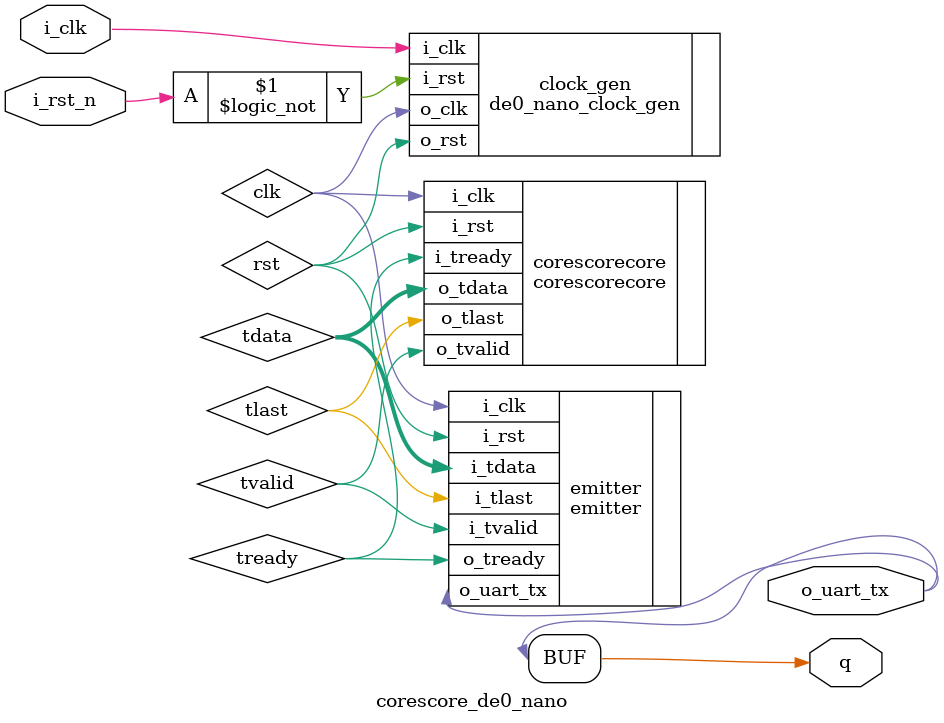
<source format=v>

`default_nettype none
module corescore_de0_nano
(
 input wire  i_clk,
 input wire  i_rst_n,
 output wire q,
 output wire o_uart_tx);

   wire      clk;
   wire      rst;

   //Mirror UART output to LED
   assign q = o_uart_tx;

   de0_nano_clock_gen clock_gen
     (.i_clk (i_clk),
      .i_rst (!i_rst_n),
      .o_clk (clk),
      .o_rst (rst));

   parameter memfile_emitter = "emitter.hex";

   wire [7:0]  tdata;
   wire        tlast;
   wire        tvalid;
   wire        tready;

   corescorecore corescorecore
     (.i_clk     (clk),
      .i_rst     (rst),
      .o_tdata   (tdata),
      .o_tlast   (tlast),
      .o_tvalid  (tvalid),
      .i_tready  (tready));

   emitter #(.memfile (memfile_emitter)) emitter
     (.i_clk     (clk),
      .i_rst     (rst),
      .i_tdata   (tdata),
      .i_tlast   (tlast),
      .i_tvalid  (tvalid),
      .o_tready  (tready),
      .o_uart_tx (o_uart_tx));

endmodule

</source>
